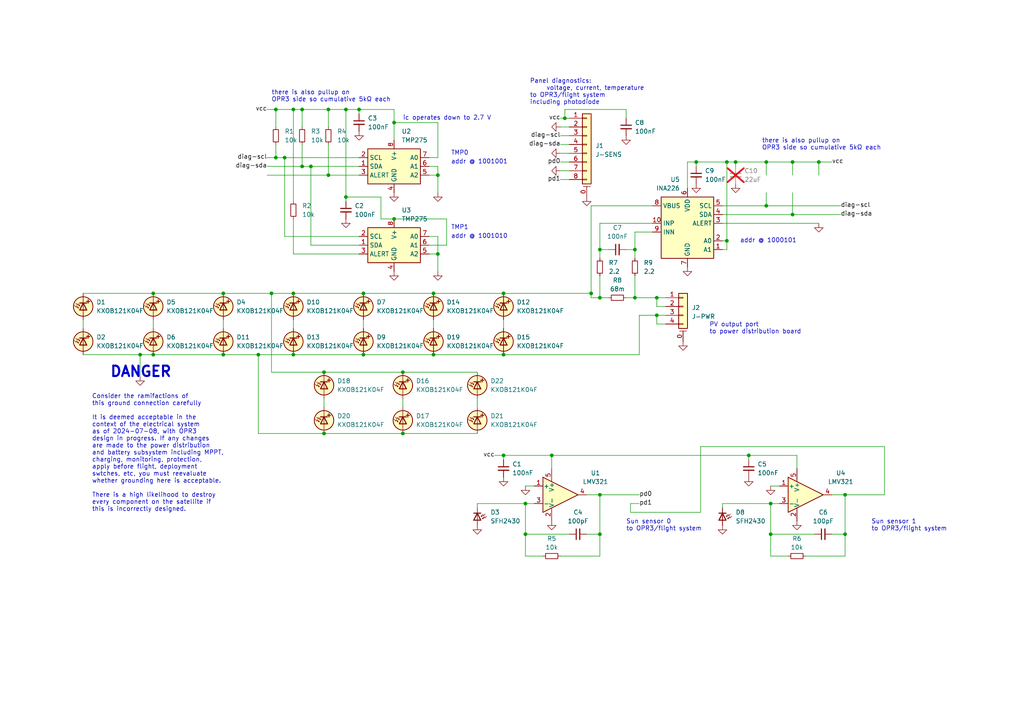
<source format=kicad_sch>
(kicad_sch (version 20250114) (generator "eeschema") (generator_version "9.0")
  (paper "A4")
  (lib_symbols
    (symbol "power:GND" (power) (pin_names (offset 0))
      (property "Value" "GND" (at 0 -3.81 0))
      (symbol "GND_0_1"
        (polyline (pts (xy 0 0) (xy 0 -1.27) (xy 1.27 -1.27) (xy 0 -2.54) (xy -1.27 -1.27) (xy 0 -1.27)))
      )
      (symbol "GND_1_1"
        (pin power_in line (at 0 0 270) (length 0) (hide yes) (name "GND") (number "1"))
      )
    )
    (symbol "yume:.c" (pin_numbers (hide yes)) (pin_names (offset 0.254) (hide yes))
      (property "Reference" "C" (at 0.254 1.778 0))
      (property "Value" ".c" (at 0.254 -2.032 0))
      (symbol ".c_0_1"
        (polyline (pts (xy -1.524 0.508) (xy 1.524 0.508)) (stroke (width 0.3048)))
        (polyline (pts (xy -1.524 -0.508) (xy 1.524 -0.508)) (stroke (width 0.3302)))
      )
      (symbol ".c_1_1"
        (pin passive line (at 0 2.54 270) (length 2.032) (name "~") (number "1"))
        (pin passive line (at 0 -2.54 90) (length 2.032) (name "~") (number "2"))
      )
    )
    (symbol "yume:.d-photo" (pin_numbers (hide yes)) (pin_names (hide yes))
      (property "Reference" "D" (at 0 10.16 0))
      (property "Value" ".d-photo" (at 0 7.62 0))
      (symbol ".d-photo_0_1"
        (polyline (pts (xy -0.762 2.286) (xy -0.2414 1.7989) (xy -0.635 1.651) (xy 0 1.143)))
        (polyline (pts (xy -0.127 2.667) (xy 0.3949 2.1785) (xy 0 2.032) (xy 0.635 1.524)))
      )
      (symbol ".d-photo_1_1"
        (polyline (pts (xy -1.016 1.016) (xy -1.016 -1.016)) (stroke (width 0.3)))
        (polyline (pts (xy 0 1.143) (xy -0.3216 1.212) (xy -0.1206 1.4291) (xy 0 1.143)) (fill (type outline)))
        (polyline (pts (xy 0.635 1.524) (xy 0.3134 1.593) (xy 0.5144 1.8101) (xy 0.635 1.524)) (fill (type outline)))
        (polyline (pts (xy 1.016 -1.016) (xy 1.016 1.016) (xy -1.016 0) (xy 1.016 -1.016)) (stroke (width 0.3)))
        (pin passive line (at -2.54 0 0) (length 2.54) (name "K") (number "1"))
        (pin passive line (at 2.54 0 180) (length 2.54) (name "A") (number "2"))
      )
    )
    (symbol "yume:.d-solar" (pin_numbers (hide yes)) (pin_names (hide yes))
      (property "Reference" "D" (at 0 10.16 0))
      (property "Value" ".d-solar" (at 0 7.62 0))
      (symbol ".d-solar_0_1"
        (polyline (pts (xy -2.5305 0.3119) (xy -2.042 -0.21) (xy -1.8955 0.1849) (xy -1.3875 -0.4501)))
        (polyline (pts (xy -2.1495 0.9469) (xy -1.6624 0.4263) (xy -1.5145 0.8199) (xy -1.0065 0.1849)))
        (polyline (pts (xy 0.9322 1.4653) (xy 1.9482 1.4653)) (stroke (width 0.254)))
        (polyline (pts (xy 1.4402 1.9733) (xy 1.4402 0.9573)) (stroke (width 0.254)))
      )
      (symbol ".d-solar_1_1"
        (polyline (pts (xy -1.3875 -0.4501) (xy -1.4565 -0.1285) (xy -1.6736 -0.3295) (xy -1.3875 -0.4501)) (fill (type outline)))
        (polyline (pts (xy -1.016 1.016) (xy 1.016 1.016)) (stroke (width 0.3)))
        (polyline (pts (xy -1.0065 0.1849) (xy -1.0755 0.5065) (xy -1.2926 0.3055) (xy -1.0065 0.1849)) (fill (type outline)))
        (circle (center 0 0) (radius 2.8194) (stroke (width 0.254)) (fill (type background)))
        (polyline (pts (xy 1.016 -1.016) (xy -1.016 -1.016) (xy 0 1.016) (xy 1.016 -1.016)) (stroke (width 0.3)))
        (pin passive line (at 0 3.81 270) (length 3.81) (name "K") (number "1"))
        (pin passive line (at 0 -3.81 90) (length 3.81) (name "A") (number "2"))
      )
    )
    (symbol "yume:.r" (pin_numbers (hide yes)) (pin_names (offset 0.254) (hide yes))
      (property "Reference" "R" (at 0.762 0.508 0))
      (property "Value" ".r" (at 0.762 -1.016 0))
      (symbol ".r_0_1"
        (rectangle (start -0.762 1.778) (end 0.762 -1.778) (stroke (width 0.2032)))
      )
      (symbol ".r_1_1"
        (pin passive line (at 0 2.54 270) (length 0.762) (name "~") (number "1"))
        (pin passive line (at 0 -2.54 90) (length 0.762) (name "~") (number "2"))
      )
    )
    (symbol "yume:Conn_01x04_MP" (pin_names (offset 1.016) (hide yes))
      (property "Reference" "J" (at 1.27 1.27 0))
      (symbol "Conn_01x04_MP_1_1"
        (rectangle (start 0 0) (end 2.54 -10.16) (stroke (width 0.254)) (fill (type background)))
        (rectangle (start 0 -1.143) (end 1.27 -1.397) (stroke (width 0.1524)))
        (rectangle (start 0 -3.683) (end 1.27 -3.937) (stroke (width 0.1524)))
        (rectangle (start 0 -6.223) (end 1.27 -6.477) (stroke (width 0.1524)))
        (rectangle (start 0 -8.763) (end 1.27 -9.017) (stroke (width 0.1524)))
        (polyline (pts (xy 0.254 -10.922) (xy 2.286 -10.922)) (stroke (width 0.1524)))
        (pin passive line (at -3.81 -1.27 0) (length 3.81) (name "Pin_1") (number "1"))
        (pin passive line (at -3.81 -3.81 0) (length 3.81) (name "Pin_2") (number "2"))
        (pin passive line (at -3.81 -6.35 0) (length 3.81) (name "Pin_3") (number "3"))
        (pin passive line (at -3.81 -8.89 0) (length 3.81) (name "Pin_4") (number "4"))
        (pin passive line (at 1.27 -13.97 90) (length 3.048) (name "MountPin") (number "0"))
      )
    )
    (symbol "yume:Conn_01x08_MP" (pin_names (offset 1.016) (hide yes))
      (property "Reference" "J" (at 1.27 1.27 0))
      (symbol "Conn_01x08_MP_1_1"
        (rectangle (start 0 0) (end 2.54 -20.32) (stroke (width 0.254)) (fill (type background)))
        (rectangle (start 0 -1.143) (end 1.27 -1.397) (stroke (width 0.1524)))
        (rectangle (start 0 -3.683) (end 1.27 -3.937) (stroke (width 0.1524)))
        (rectangle (start 0 -6.223) (end 1.27 -6.477) (stroke (width 0.1524)))
        (rectangle (start 0 -8.763) (end 1.27 -9.017) (stroke (width 0.1524)))
        (rectangle (start 0 -11.303) (end 1.27 -11.557) (stroke (width 0.1524)))
        (rectangle (start 0 -13.843) (end 1.27 -14.097) (stroke (width 0.1524)))
        (rectangle (start 0 -16.383) (end 1.27 -16.637) (stroke (width 0.1524)))
        (rectangle (start 0 -18.923) (end 1.27 -19.177) (stroke (width 0.1524)))
        (polyline (pts (xy 0.254 -21.082) (xy 2.286 -21.082)) (stroke (width 0.1524)))
        (pin passive line (at -3.81 -1.27 0) (length 3.81) (name "Pin") (number "1"))
        (pin passive line (at -3.81 -3.81 0) (length 3.81) (name "Pin") (number "2"))
        (pin passive line (at -3.81 -6.35 0) (length 3.81) (name "Pin") (number "3"))
        (pin passive line (at -3.81 -8.89 0) (length 3.81) (name "Pin") (number "4"))
        (pin passive line (at -3.81 -11.43 0) (length 3.81) (name "Pin") (number "5"))
        (pin passive line (at -3.81 -13.97 0) (length 3.81) (name "Pin") (number "6"))
        (pin passive line (at -3.81 -16.51 0) (length 3.81) (name "Pin") (number "7"))
        (pin passive line (at -3.81 -19.05 0) (length 3.81) (name "Pin") (number "8"))
        (pin passive line (at 1.27 -24.13 90) (length 3.048) (name "MountPin") (number "0"))
      )
    )
    (symbol "yume:INA226"
      (property "Reference" "U" (at 0 0 0))
      (property "Value" "INA226" (at 0 0 0))
      (symbol "INA226_0_1"
        (rectangle (start 0 0) (end 15.24 -17.78) (stroke (width 0.254)) (fill (type background)))
      )
      (symbol "INA226_1_1"
        (pin passive line (at -2.54 -2.54 0) (length 2.54) (name "SCL") (number "5"))
        (pin passive line (at -2.54 -5.08 0) (length 2.54) (name "SDA") (number "4"))
        (pin passive line (at -2.54 -7.62 0) (length 2.54) (name "ALERT") (number "3"))
        (pin passive line (at -2.54 -12.7 0) (length 2.54) (name "A0") (number "2"))
        (pin passive line (at -2.54 -15.24 0) (length 2.54) (name "A1") (number "1"))
        (pin passive line (at 7.62 2.54 270) (length 2.54) (name "VDD") (number "6"))
        (pin passive line (at 7.62 -20.32 90) (length 2.54) (name "GND") (number "7"))
        (pin passive line (at 17.78 -2.54 180) (length 2.54) (name "VBUS") (number "8"))
        (pin passive line (at 17.78 -7.62 180) (length 2.54) (name "INP") (number "10"))
        (pin passive line (at 17.78 -10.16 180) (length 2.54) (name "INN") (number "9"))
      )
    )
    (symbol "yume:LMV321" (pin_names (offset 0.127))
      (property "Reference" "U" (at 0 5.08 0))
      (property "Value" "LMV321" (at 0 -5.08 0))
      (symbol "LMV321_0_1"
        (polyline (pts (xy -5.08 5.08) (xy 5.08 0) (xy -5.08 -5.08) (xy -5.08 5.08)) (stroke (width 0.254)) (fill (type background)))
        (pin power_in line (at -2.54 7.62 270) (length 3.81) (name "V+") (number "5"))
        (pin power_in line (at -2.54 -7.62 90) (length 3.81) (name "V-") (number "2"))
      )
      (symbol "LMV321_1_1"
        (pin input line (at -7.62 2.54 0) (length 2.54) (name "+") (number "1"))
        (pin input line (at -7.62 -2.54 0) (length 2.54) (name "-") (number "3"))
        (pin output line (at 7.62 0 180) (length 2.54) (name "~") (number "4"))
      )
    )
    (symbol "yume:TMP275"
      (property "Reference" "U" (at 0 0 0))
      (property "Value" "TMP275" (at 0 0 0))
      (symbol "TMP275_0_1"
        (rectangle (start 0 0) (end 15.24 -10.16) (stroke (width 0.254)) (fill (type background)))
      )
      (symbol "TMP275_1_1"
        (pin passive line (at -2.54 -2.54 0) (length 2.54) (name "SCL") (number "2"))
        (pin passive line (at -2.54 -5.08 0) (length 2.54) (name "SDA") (number "1"))
        (pin passive line (at -2.54 -7.62 0) (length 2.54) (name "ALERT") (number "3"))
        (pin passive line (at 7.62 2.54 270) (length 2.54) (name "V+") (number "8"))
        (pin passive line (at 7.62 -12.7 90) (length 2.54) (name "GND") (number "4"))
        (pin passive line (at 17.78 -2.54 180) (length 2.54) (name "A0") (number "7"))
        (pin passive line (at 17.78 -5.08 180) (length 2.54) (name "A1") (number "6"))
        (pin passive line (at 17.78 -7.62 180) (length 2.54) (name "A2") (number "5"))
      )
    )
  )
  (text "Sun sensor 0\nto OPR3/flight system" (at 181.61 152.4 0) (effects (font (size 1.27 1.27)) (justify left)))
  (text "addr @ 1001010" (at 130.81 68.58 0) (effects (font (size 1.27 1.27)) (justify left)))
  (text "DANGER" (at 31.75 107.95 0) (effects (font (size 3 3) (thickness 0.6) (bold yes)) (justify left)))
  (text "TMP0" (at 130.81 44.45 0) (effects (font (size 1.27 1.27)) (justify left)))
  (text "there is also pullup on \nOPR3 side so cumulative 5kΩ each" (at 220.98 41.91 0) (effects (font (size 1.27 1.27)) (justify left)))
  (text "TMP1" (at 130.81 66.04 0) (effects (font (size 1.27 1.27)) (justify left)))
  (text "PV output port\nto power distribution board" (at 205.74 95.25 0) (effects (font (size 1.27 1.27)) (justify left)))
  (text "addr @ 1000101" (at 214.63 69.85 0) (effects (font (size 1.27 1.27)) (justify left)))
  (text "ic operates down to 2.7 V" (at 116.84 34.29 0) (effects (font (size 1.27 1.27)) (justify left)))
  (text "Consider the ramifactions of \nthis ground connection carefully\n\nIt is deemed acceptable in the \ncontext of the electrical system \nas of 2024-07-08, with OPR3 \ndesign in progress. If any changes \nare made to the power distribution \nand battery subsystem including MPPT, \ncharging, monitoring, protection, \napply before flight, deployment \nswtches, etc, you must reevaluate\nwhether grounding here is acceptable.\n\nThere is a high likelihood to destroy \nevery component on the satellite if \nthis is incorrectly designed." (at 26.67 114.3 0) (effects (font (size 1.27 1.27)) (justify left top)))
  (text "Sun sensor 1\nto OPR3/flight system" (at 252.73 152.4 0) (effects (font (size 1.27 1.27)) (justify left)))
  (text "Panel diagnostics: \n	voltage, current, temperature\nto OPR3/flight system\nincluding photodiode" (at 153.67 26.67 0) (effects (font (size 1.27 1.27)) (justify left)))
  (text "addr @ 1001001" (at 130.81 46.99 0) (effects (font (size 1.27 1.27)) (justify left)))
  (text "there is also pullup on \nOPR3 side so cumulative 5kΩ each" (at 78.74 27.94 0) (effects (font (size 1.27 1.27)) (justify left)))
  (junction (at 125.73 102.87))
  (junction (at 163.83 34.29))
  (junction (at 184.15 86.36))
  (junction (at 222.25 59.69))
  (junction (at 116.84 125.73))
  (junction (at 171.45 85.09))
  (junction (at 213.36 46.99))
  (junction (at 93.98 125.73))
  (junction (at 152.4 154.94))
  (junction (at 173.99 154.94))
  (junction (at 127 73.66))
  (junction (at 223.52 154.94))
  (junction (at 222.25 46.99))
  (junction (at 87.63 31.75))
  (junction (at 114.3 35.56))
  (junction (at 237.49 46.99))
  (junction (at 146.05 132.08))
  (junction (at 100.33 57.15))
  (junction (at 152.4 146.05))
  (junction (at 80.01 31.75))
  (junction (at 80.01 45.72))
  (junction (at 90.17 48.26))
  (junction (at 114.3 63.5))
  (junction (at 85.09 85.09))
  (junction (at 82.55 45.72))
  (junction (at 146.05 85.09))
  (junction (at 201.93 46.99))
  (junction (at 40.64 102.87))
  (junction (at 245.11 143.51))
  (junction (at 85.09 102.87))
  (junction (at 210.82 69.85))
  (junction (at 173.99 72.39))
  (junction (at 223.52 146.05))
  (junction (at 173.99 86.36))
  (junction (at 95.25 31.75))
  (junction (at 210.82 46.99))
  (junction (at 127 50.8))
  (junction (at 125.73 85.09))
  (junction (at 105.41 102.87))
  (junction (at 245.11 154.94))
  (junction (at 74.93 102.87))
  (junction (at 217.17 132.08))
  (junction (at 93.98 107.95))
  (junction (at 229.87 46.99))
  (junction (at 64.77 102.87))
  (junction (at 146.05 102.87))
  (junction (at 173.99 143.51))
  (junction (at 229.87 62.23))
  (junction (at 44.45 85.09))
  (junction (at 104.14 31.75))
  (junction (at 184.15 72.39))
  (junction (at 78.74 85.09))
  (junction (at 95.25 50.8))
  (junction (at 87.63 48.26))
  (junction (at 100.33 31.75))
  (junction (at 105.41 85.09))
  (junction (at 64.77 85.09))
  (junction (at 190.5 91.44))
  (junction (at 160.02 132.08))
  (junction (at 44.45 102.87))
  (junction (at 116.84 107.95))
  (junction (at 190.5 86.36))
  (junction (at 85.09 31.75))
  (wire (pts (xy 129.54 71.12) (xy 129.54 63.5)))
  (wire (pts (xy 24.13 95.25) (xy 24.13 92.71)))
  (wire (pts (xy 116.84 115.57) (xy 116.84 118.11)))
  (wire (pts (xy 181.61 31.75) (xy 181.61 34.29)))
  (wire (pts (xy 82.55 68.58) (xy 82.55 45.72)))
  (wire (pts (xy 222.25 55.88) (xy 222.25 59.69)))
  (wire (pts (xy 163.83 34.29) (xy 165.1 34.29)))
  (wire (pts (xy 165.1 52.07) (xy 162.56 52.07)))
  (wire (pts (xy 173.99 143.51) (xy 173.99 154.94)))
  (wire (pts (xy 143.51 132.08) (xy 146.05 132.08)))
  (wire (pts (xy 146.05 95.25) (xy 146.05 92.71)))
  (wire (pts (xy 95.25 50.8) (xy 104.14 50.8)))
  (wire (pts (xy 105.41 95.25) (xy 105.41 92.71)))
  (wire (pts (xy 245.11 143.51) (xy 241.3 143.51)))
  (wire (pts (xy 127 48.26) (xy 127 50.8)))
  (wire (pts (xy 190.5 86.36) (xy 193.04 86.36)))
  (wire (pts (xy 44.45 95.25) (xy 44.45 92.71)))
  (wire (pts (xy 152.4 154.94) (xy 152.4 161.29)))
  (wire (pts (xy 85.09 63.5) (xy 85.09 73.66)))
  (wire (pts (xy 100.33 31.75) (xy 104.14 31.75)))
  (wire (pts (xy 173.99 143.51) (xy 185.42 143.51)))
  (wire (pts (xy 209.55 146.05) (xy 223.52 146.05)))
  (wire (pts (xy 104.14 68.58) (xy 82.55 68.58)))
  (wire (pts (xy 138.43 146.05) (xy 152.4 146.05)))
  (wire (pts (xy 125.73 102.87) (xy 146.05 102.87)))
  (wire (pts (xy 93.98 107.95) (xy 116.84 107.95)))
  (wire (pts (xy 162.56 36.83) (xy 165.1 36.83)))
  (wire (pts (xy 170.18 154.94) (xy 173.99 154.94)))
  (wire (pts (xy 182.88 146.05) (xy 185.42 146.05)))
  (wire (pts (xy 44.45 102.87) (xy 64.77 102.87)))
  (wire (pts (xy 190.5 88.9) (xy 190.5 86.36)))
  (wire (pts (xy 165.1 154.94) (xy 152.4 154.94)))
  (wire (pts (xy 229.87 55.88) (xy 229.87 62.23)))
  (wire (pts (xy 173.99 72.39) (xy 176.53 72.39)))
  (wire (pts (xy 256.54 143.51) (xy 256.54 129.54)))
  (wire (pts (xy 87.63 48.26) (xy 90.17 48.26)))
  (wire (pts (xy 190.5 88.9) (xy 193.04 88.9)))
  (wire (pts (xy 256.54 129.54) (xy 203.2 129.54)))
  (wire (pts (xy 209.55 62.23) (xy 229.87 62.23)))
  (wire (pts (xy 210.82 69.85) (xy 210.82 46.99)))
  (wire (pts (xy 127 73.66) (xy 127 78.74)))
  (wire (pts (xy 165.1 46.99) (xy 162.56 46.99)))
  (wire (pts (xy 110.49 57.15) (xy 100.33 57.15)))
  (wire (pts (xy 78.74 107.95) (xy 78.74 85.09)))
  (wire (pts (xy 189.23 59.69) (xy 171.45 59.69)))
  (wire (pts (xy 184.15 80.01) (xy 184.15 86.36)))
  (wire (pts (xy 127 35.56) (xy 114.3 35.56)))
  (wire (pts (xy 105.41 102.87) (xy 125.73 102.87)))
  (wire (pts (xy 217.17 133.35) (xy 217.17 132.08)))
  (wire (pts (xy 116.84 125.73) (xy 138.43 125.73)))
  (wire (pts (xy 114.3 31.75) (xy 114.3 35.56)))
  (wire (pts (xy 74.93 102.87) (xy 85.09 102.87)))
  (wire (pts (xy 146.05 102.87) (xy 185.42 102.87)))
  (wire (pts (xy 190.5 93.98) (xy 193.04 93.98)))
  (wire (pts (xy 104.14 71.12) (xy 90.17 71.12)))
  (wire (pts (xy 171.45 59.69) (xy 171.45 85.09)))
  (wire (pts (xy 44.45 85.09) (xy 64.77 85.09)))
  (wire (pts (xy 190.5 91.44) (xy 190.5 93.98)))
  (wire (pts (xy 95.25 41.91) (xy 95.25 50.8)))
  (wire (pts (xy 184.15 86.36) (xy 190.5 86.36)))
  (wire (pts (xy 223.52 146.05) (xy 226.06 146.05)))
  (wire (pts (xy 90.17 48.26) (xy 104.14 48.26)))
  (wire (pts (xy 163.83 31.75) (xy 163.83 34.29)))
  (wire (pts (xy 181.61 86.36) (xy 184.15 86.36)))
  (wire (pts (xy 245.11 143.51) (xy 256.54 143.51)))
  (wire (pts (xy 87.63 41.91) (xy 87.63 48.26)))
  (wire (pts (xy 146.05 132.08) (xy 160.02 132.08)))
  (wire (pts (xy 203.2 148.59) (xy 182.88 148.59)))
  (wire (pts (xy 95.25 31.75) (xy 100.33 31.75)))
  (wire (pts (xy 222.25 46.99) (xy 222.25 50.8)))
  (wire (pts (xy 162.56 41.91) (xy 165.1 41.91)))
  (wire (pts (xy 209.55 69.85) (xy 210.82 69.85)))
  (wire (pts (xy 217.17 132.08) (xy 231.14 132.08)))
  (wire (pts (xy 80.01 31.75) (xy 85.09 31.75)))
  (wire (pts (xy 114.3 63.5) (xy 110.49 63.5)))
  (wire (pts (xy 152.4 146.05) (xy 152.4 154.94)))
  (wire (pts (xy 104.14 31.75) (xy 114.3 31.75)))
  (wire (pts (xy 124.46 48.26) (xy 127 48.26)))
  (wire (pts (xy 237.49 46.99) (xy 241.3 46.99)))
  (wire (pts (xy 203.2 129.54) (xy 203.2 148.59)))
  (wire (pts (xy 129.54 63.5) (xy 114.3 63.5)))
  (wire (pts (xy 173.99 64.77) (xy 189.23 64.77)))
  (wire (pts (xy 209.55 59.69) (xy 222.25 59.69)))
  (wire (pts (xy 74.93 125.73) (xy 74.93 102.87)))
  (wire (pts (xy 173.99 86.36) (xy 176.53 86.36)))
  (wire (pts (xy 185.42 91.44) (xy 190.5 91.44)))
  (wire (pts (xy 209.55 64.77) (xy 237.49 64.77)))
  (wire (pts (xy 162.56 39.37) (xy 165.1 39.37)))
  (wire (pts (xy 124.46 68.58) (xy 127 68.58)))
  (wire (pts (xy 210.82 69.85) (xy 210.82 72.39)))
  (wire (pts (xy 24.13 102.87) (xy 40.64 102.87)))
  (wire (pts (xy 110.49 63.5) (xy 110.49 57.15)))
  (wire (pts (xy 90.17 71.12) (xy 90.17 48.26)))
  (wire (pts (xy 223.52 146.05) (xy 223.52 154.94)))
  (wire (pts (xy 77.47 48.26) (xy 87.63 48.26)))
  (wire (pts (xy 236.22 154.94) (xy 223.52 154.94)))
  (wire (pts (xy 85.09 58.42) (xy 85.09 31.75)))
  (wire (pts (xy 138.43 146.05) (xy 138.43 147.32)))
  (wire (pts (xy 85.09 85.09) (xy 105.41 85.09)))
  (wire (pts (xy 146.05 133.35) (xy 146.05 132.08)))
  (wire (pts (xy 77.47 45.72) (xy 80.01 45.72)))
  (wire (pts (xy 241.3 154.94) (xy 245.11 154.94)))
  (wire (pts (xy 127 68.58) (xy 127 73.66)))
  (wire (pts (xy 152.4 140.97) (xy 154.94 140.97)))
  (wire (pts (xy 95.25 31.75) (xy 95.25 36.83)))
  (wire (pts (xy 213.36 48.26) (xy 213.36 46.99)))
  (wire (pts (xy 213.36 46.99) (xy 222.25 46.99)))
  (wire (pts (xy 182.88 148.59) (xy 182.88 146.05)))
  (wire (pts (xy 124.46 45.72) (xy 127 45.72)))
  (wire (pts (xy 85.09 73.66) (xy 104.14 73.66)))
  (wire (pts (xy 78.74 85.09) (xy 85.09 85.09)))
  (wire (pts (xy 165.1 49.53) (xy 162.56 49.53)))
  (wire (pts (xy 77.47 50.8) (xy 95.25 50.8)))
  (wire (pts (xy 87.63 31.75) (xy 95.25 31.75)))
  (wire (pts (xy 228.6 161.29) (xy 223.52 161.29)))
  (wire (pts (xy 152.4 146.05) (xy 154.94 146.05)))
  (wire (pts (xy 80.01 41.91) (xy 80.01 45.72)))
  (wire (pts (xy 160.02 132.08) (xy 160.02 135.89)))
  (wire (pts (xy 201.93 46.99) (xy 201.93 48.26)))
  (wire (pts (xy 162.56 34.29) (xy 163.83 34.29)))
  (wire (pts (xy 173.99 74.93) (xy 173.99 72.39)))
  (wire (pts (xy 100.33 31.75) (xy 100.33 57.15)))
  (wire (pts (xy 223.52 140.97) (xy 226.06 140.97)))
  (wire (pts (xy 24.13 85.09) (xy 44.45 85.09)))
  (wire (pts (xy 124.46 50.8) (xy 127 50.8)))
  (wire (pts (xy 173.99 80.01) (xy 173.99 86.36)))
  (wire (pts (xy 199.39 54.61) (xy 199.39 46.99)))
  (wire (pts (xy 245.11 143.51) (xy 245.11 154.94)))
  (wire (pts (xy 222.25 46.99) (xy 229.87 46.99)))
  (wire (pts (xy 85.09 95.25) (xy 85.09 92.71)))
  (wire (pts (xy 184.15 67.31) (xy 189.23 67.31)))
  (wire (pts (xy 171.45 85.09) (xy 171.45 86.36)))
  (wire (pts (xy 124.46 73.66) (xy 127 73.66)))
  (wire (pts (xy 229.87 46.99) (xy 237.49 46.99)))
  (wire (pts (xy 173.99 154.94) (xy 173.99 161.29)))
  (wire (pts (xy 184.15 72.39) (xy 184.15 67.31)))
  (wire (pts (xy 223.52 154.94) (xy 223.52 161.29)))
  (wire (pts (xy 64.77 102.87) (xy 74.93 102.87)))
  (wire (pts (xy 173.99 72.39) (xy 173.99 64.77)))
  (wire (pts (xy 233.68 161.29) (xy 245.11 161.29)))
  (wire (pts (xy 231.14 132.08) (xy 231.14 135.89)))
  (wire (pts (xy 209.55 146.05) (xy 209.55 147.32)))
  (wire (pts (xy 40.64 102.87) (xy 44.45 102.87)))
  (wire (pts (xy 125.73 95.25) (xy 125.73 92.71)))
  (wire (pts (xy 105.41 85.09) (xy 125.73 85.09)))
  (wire (pts (xy 40.64 102.87) (xy 40.64 109.22)))
  (wire (pts (xy 114.3 35.56) (xy 114.3 40.64)))
  (wire (pts (xy 93.98 118.11) (xy 93.98 115.57)))
  (wire (pts (xy 64.77 85.09) (xy 78.74 85.09)))
  (wire (pts (xy 93.98 107.95) (xy 78.74 107.95)))
  (wire (pts (xy 127 45.72) (xy 127 35.56)))
  (wire (pts (xy 125.73 85.09) (xy 146.05 85.09)))
  (wire (pts (xy 184.15 74.93) (xy 184.15 72.39)))
  (wire (pts (xy 93.98 125.73) (xy 116.84 125.73)))
  (wire (pts (xy 77.47 31.75) (xy 80.01 31.75)))
  (wire (pts (xy 201.93 46.99) (xy 210.82 46.99)))
  (wire (pts (xy 64.77 95.25) (xy 64.77 92.71)))
  (wire (pts (xy 124.46 71.12) (xy 129.54 71.12)))
  (wire (pts (xy 229.87 46.99) (xy 229.87 50.8)))
  (wire (pts (xy 173.99 143.51) (xy 170.18 143.51)))
  (wire (pts (xy 181.61 31.75) (xy 163.83 31.75)))
  (wire (pts (xy 82.55 45.72) (xy 104.14 45.72)))
  (wire (pts (xy 160.02 132.08) (xy 217.17 132.08)))
  (wire (pts (xy 237.49 46.99) (xy 237.49 50.8)))
  (wire (pts (xy 93.98 125.73) (xy 74.93 125.73)))
  (wire (pts (xy 85.09 102.87) (xy 105.41 102.87)))
  (wire (pts (xy 199.39 46.99) (xy 201.93 46.99)))
  (wire (pts (xy 181.61 72.39) (xy 184.15 72.39)))
  (wire (pts (xy 245.11 154.94) (xy 245.11 161.29)))
  (wire (pts (xy 104.14 31.75) (xy 104.14 33.02)))
  (wire (pts (xy 157.48 161.29) (xy 152.4 161.29)))
  (wire (pts (xy 229.87 62.23) (xy 243.84 62.23)))
  (wire (pts (xy 138.43 115.57) (xy 138.43 118.11)))
  (wire (pts (xy 127 50.8) (xy 127 55.88)))
  (wire (pts (xy 116.84 107.95) (xy 138.43 107.95)))
  (wire (pts (xy 87.63 31.75) (xy 87.63 36.83)))
  (wire (pts (xy 193.04 91.44) (xy 190.5 91.44)))
  (wire (pts (xy 165.1 44.45) (xy 162.56 44.45)))
  (wire (pts (xy 222.25 59.69) (xy 243.84 59.69)))
  (wire (pts (xy 80.01 31.75) (xy 80.01 36.83)))
  (wire (pts (xy 171.45 86.36) (xy 173.99 86.36)))
  (wire (pts (xy 210.82 46.99) (xy 213.36 46.99)))
  (wire (pts (xy 162.56 161.29) (xy 173.99 161.29)))
  (wire (pts (xy 100.33 57.15) (xy 100.33 58.42)))
  (wire (pts (xy 80.01 45.72) (xy 82.55 45.72)))
  (wire (pts (xy 209.55 72.39) (xy 210.82 72.39)))
  (wire (pts (xy 146.05 85.09) (xy 171.45 85.09)))
  (wire (pts (xy 85.09 31.75) (xy 87.63 31.75)))
  (wire (pts (xy 185.42 102.87) (xy 185.42 91.44)))
  (label "vcc" (at 241.3 46.99 0))
  (label "pd0" (at 185.42 143.51 0))
  (label "diag-sda" (at 243.84 62.23 0))
  (label "vcc" (at 143.51 132.08 180))
  (label "diag-scl" (at 243.84 59.69 0))
  (label "diag-sda" (at 162.56 41.91 180))
  (label "pd0" (at 162.56 46.99 180))
  (label "pd1" (at 185.42 146.05 0))
  (label "diag-scl" (at 162.56 39.37 180))
  (label "diag-scl" (at 77.47 45.72 180))
  (label "pd1" (at 162.56 52.07 180))
  (label "vcc" (at 162.56 34.29 180))
  (label "vcc" (at 77.47 31.75 180))
  (label "diag-sda" (at 77.47 48.26 180))
  (symbol (lib_id "yume:TMP275") (at 106.68 66.04 0) (unit 1)
    (property "Reference" "U3" (at 116.4941 60.96 0) (effects (justify left)))
    (property "Value" "TMP275" (at 116.4941 63.5 0) (effects (justify left)))
    (property "Footprint" "yume:Yu-SOP-8-3x3-0.65" (effects (hide yes)))
    (property "Datasheet" "https://www.ti.com/lit/ds/symlink/tmp275.pdf" (effects (hide yes)))
    (property "Description" "Sensor, Temperature, Digital I2C, ±0.5°C max from −20°C to 100°C" (effects (hide yes)))
  )
  (symbol (lib_id "yume:TMP275") (at 106.68 43.18 0) (unit 1)
    (property "Reference" "U2" (at 116.4941 38.1 0) (effects (justify left)))
    (property "Value" "TMP275" (at 116.4941 40.64 0) (effects (justify left)))
    (property "Footprint" "yume:Yu-SOP-8-3x3-0.65" (effects (hide yes)))
    (property "Datasheet" "https://www.ti.com/lit/ds/symlink/tmp275.pdf" (effects (hide yes)))
    (property "Description" "Sensor, Temperature, Digital I2C, ±0.5°C max from −20°C to 100°C" (effects (hide yes)))
  )
  (symbol (lib_id "power:GND") (at 201.93 53.34 0) (mirror y) (unit 1)
    (property "Reference" "#PWR021" (effects (hide yes)))
    (property "Value" "GND" (effects (hide yes)))
  )
  (symbol (lib_id "yume:.r") (at 184.15 77.47 180) (unit 1)
    (property "Reference" "R9" (at 186.69 76.1999 0) (effects (justify right)))
    (property "Value" "2.2" (at 186.69 78.7399 0) (effects (justify right)))
    (property "Footprint" "yume:Yu-R-0402-mil" (effects (hide yes)))
    (property "Description" "Resistor, small symbol" (effects (hide yes)))
  )
  (symbol (lib_id "power:GND") (at 231.14 151.13 0) (mirror y) (unit 1)
    (property "Reference" "#PWR018" (effects (hide yes)))
    (property "Value" "GND" (effects (hide yes)))
  )
  (symbol (lib_id "power:GND") (at 100.33 63.5 0) (mirror y) (unit 1)
    (property "Reference" "#PWR06" (effects (hide yes)))
    (property "Value" "GND" (effects (hide yes)))
  )
  (symbol (lib_id "power:GND") (at 213.36 53.34 0) (mirror y) (unit 1)
    (property "Reference" "#PWR022" (effects (hide yes)))
    (property "Value" "GND" (effects (hide yes)))
  )
  (symbol (lib_id "yume:.c") (at 213.36 50.8 0) (unit 1) (in_bom no) (on_board no) (dnp yes)
    (property "Reference" "C10" (at 215.9 49.5362 0) (effects (justify left)))
    (property "Value" "22uF" (at 215.9 52.0762 0) (effects (justify left)))
    (property "Footprint" "yume:Yu-C-0402-mil" (effects (hide yes)))
    (property "Description" "Unpolarized capacitor, small symbol" (effects (hide yes)))
    (property "Part" "CL21A226MAQNNNE" (effects (hide yes)))
  )
  (symbol (lib_id "yume:.c") (at 238.76 154.94 90) (unit 1)
    (property "Reference" "C6" (at 238.7663 148.59 90))
    (property "Value" "100pF" (at 238.7663 151.13 90))
    (property "Footprint" "yume:Yu-C-0402-mil" (effects (hide yes)))
    (property "Description" "Unpolarized capacitor, small symbol" (effects (hide yes)))
  )
  (symbol (lib_id "power:GND") (at 114.3 55.88 0) (mirror y) (unit 1)
    (property "Reference" "#PWR08" (effects (hide yes)))
    (property "Value" "GND" (effects (hide yes)))
  )
  (symbol (lib_id "yume:INA226") (at 207.01 57.15 0) (mirror y) (unit 1)
    (property "Reference" "U5" (at 197.1959 52.07 0) (effects (justify left)))
    (property "Value" "INA226" (at 197.1959 54.61 0) (effects (justify left)))
    (property "Footprint" "yume:Yu-SOP-10-3x3-0.5" (effects (hide yes)))
    (property "Datasheet" "https://www.ti.com/lit/ds/symlink/ina226.pdf" (effects (hide yes)))
    (property "Description" "Sensor, VI, High/low shunt, Offset ±10 µV max, Gain error 0.1% max" (effects (hide yes)))
  )
  (symbol (lib_id "power:GND") (at 162.56 44.45 270) (mirror x) (unit 1)
    (property "Reference" "#PWR016" (effects (hide yes)))
    (property "Value" "GND" (effects (hide yes)))
  )
  (symbol (lib_id "power:GND") (at 199.39 77.47 0) (mirror y) (unit 1)
    (property "Reference" "#PWR020" (effects (hide yes)))
    (property "Value" "GND" (effects (hide yes)))
  )
  (symbol (lib_id "power:GND") (at 127 55.88 0) (mirror y) (unit 1)
    (property "Reference" "#PWR010" (effects (hide yes)))
    (property "Value" "GND" (effects (hide yes)))
  )
  (symbol (lib_id "power:GND") (at 160.02 151.13 0) (mirror y) (unit 1)
    (property "Reference" "#PWR05" (effects (hide yes)))
    (property "Value" "GND" (effects (hide yes)))
  )
  (symbol (lib_id "yume:.r") (at 87.63 39.37 180) (unit 1)
    (property "Reference" "R3" (at 90.17 38.0999 0) (effects (justify right)))
    (property "Value" "10k" (at 90.17 40.6399 0) (effects (justify right)))
    (property "Footprint" "yume:Yu-R-0402-mil" (effects (hide yes)))
    (property "Description" "Resistor, small symbol" (effects (hide yes)))
  )
  (symbol (lib_id "power:GND") (at 138.43 152.4 0) (mirror y) (unit 1)
    (property "Reference" "#PWR02" (effects (hide yes)))
    (property "Value" "GND" (effects (hide yes)))
  )
  (symbol (lib_id "yume:.d-solar") (at 93.98 111.76 0) (unit 1)
    (property "Reference" "D18" (at 97.79 110.4899 0) (effects (justify left)))
    (property "Value" "KXOB121K04F" (at 97.79 113.0299 0) (effects (justify left)))
    (property "Footprint" "yume:Yu-D-PV-KXOB121K04F" (effects (hide yes)))
    (property "Datasheet" "https://waf-e.dubudisk.com/anysolar.dubuplus.com/techsupport@anysolar.biz/O18AzS1/DubuDisk/www/Gen3/KXOB121K04F%20DATA%20SHEET%2020210127.pdf" (effects (hide yes)))
    (property "Description" "Photovoltaic cell" (effects (hide yes)))
  )
  (symbol (lib_id "power:GND") (at 152.4 140.97 0) (mirror y) (unit 1)
    (property "Reference" "#PWR04" (effects (hide yes)))
    (property "Value" "GND" (effects (hide yes)))
  )
  (symbol (lib_id "yume:.d-solar") (at 138.43 111.76 0) (unit 1)
    (property "Reference" "D22" (at 142.24 110.4899 0) (effects (justify left)))
    (property "Value" "KXOB121K04F" (at 142.24 113.0299 0) (effects (justify left)))
    (property "Footprint" "yume:Yu-D-PV-KXOB121K04F" (effects (hide yes)))
    (property "Datasheet" "https://waf-e.dubudisk.com/anysolar.dubuplus.com/techsupport@anysolar.biz/O18AzS1/DubuDisk/www/Gen3/KXOB121K04F%20DATA%20SHEET%2020210127.pdf" (effects (hide yes)))
    (property "Description" "Photovoltaic cell" (effects (hide yes)))
  )
  (symbol (lib_id "yume:.d-solar") (at 24.13 99.06 0) (unit 1)
    (property "Reference" "D2" (at 27.94 97.7899 0) (effects (justify left)))
    (property "Value" "KXOB121K04F" (at 27.94 100.3299 0) (effects (justify left)))
    (property "Footprint" "yume:Yu-D-PV-KXOB121K04F" (effects (hide yes)))
    (property "Datasheet" "https://waf-e.dubudisk.com/anysolar.dubuplus.com/techsupport@anysolar.biz/O18AzS1/DubuDisk/www/Gen3/KXOB121K04F%20DATA%20SHEET%2020210127.pdf" (effects (hide yes)))
    (property "Description" "Photovoltaic cell" (effects (hide yes)))
  )
  (symbol (lib_id "yume:.d-solar") (at 116.84 111.76 0) (unit 1)
    (property "Reference" "D16" (at 120.65 110.4899 0) (effects (justify left)))
    (property "Value" "KXOB121K04F" (at 120.65 113.0299 0) (effects (justify left)))
    (property "Footprint" "yume:Yu-D-PV-KXOB121K04F" (effects (hide yes)))
    (property "Datasheet" "https://waf-e.dubudisk.com/anysolar.dubuplus.com/techsupport@anysolar.biz/O18AzS1/DubuDisk/www/Gen3/KXOB121K04F%20DATA%20SHEET%2020210127.pdf" (effects (hide yes)))
    (property "Description" "Photovoltaic cell" (effects (hide yes)))
  )
  (symbol (lib_id "yume:.r") (at 179.07 86.36 90) (unit 1)
    (property "Reference" "R8" (at 179.07 81.28 90))
    (property "Value" "68m" (at 179.07 83.82 90))
    (property "Footprint" "yume:Yu-R-1206-mil" (effects (hide yes)))
    (property "Description" "Resistor, small symbol" (effects (hide yes)))
  )
  (symbol (lib_id "yume:.d-solar") (at 146.05 99.06 0) (unit 1)
    (property "Reference" "D15" (at 149.86 97.7899 0) (effects (justify left)))
    (property "Value" "KXOB121K04F" (at 149.86 100.3299 0) (effects (justify left)))
    (property "Footprint" "yume:Yu-D-PV-KXOB121K04F" (effects (hide yes)))
    (property "Datasheet" "https://waf-e.dubudisk.com/anysolar.dubuplus.com/techsupport@anysolar.biz/O18AzS1/DubuDisk/www/Gen3/KXOB121K04F%20DATA%20SHEET%2020210127.pdf" (effects (hide yes)))
    (property "Description" "Photovoltaic cell" (effects (hide yes)))
  )
  (symbol (lib_id "yume:.d-solar") (at 85.09 88.9 0) (unit 1)
    (property "Reference" "D10" (at 88.9 87.6299 0) (effects (justify left)))
    (property "Value" "KXOB121K04F" (at 88.9 90.1699 0) (effects (justify left)))
    (property "Footprint" "yume:Yu-D-PV-KXOB121K04F" (effects (hide yes)))
    (property "Datasheet" "https://waf-e.dubudisk.com/anysolar.dubuplus.com/techsupport@anysolar.biz/O18AzS1/DubuDisk/www/Gen3/KXOB121K04F%20DATA%20SHEET%2020210127.pdf" (effects (hide yes)))
    (property "Description" "Photovoltaic cell" (effects (hide yes)))
  )
  (symbol (lib_id "yume:.c") (at 167.64 154.94 90) (unit 1)
    (property "Reference" "C4" (at 167.6463 148.59 90))
    (property "Value" "100pF" (at 167.6463 151.13 90))
    (property "Footprint" "yume:Yu-C-0402-mil" (effects (hide yes)))
    (property "Description" "Unpolarized capacitor, small symbol" (effects (hide yes)))
  )
  (symbol (lib_id "yume:.r") (at 173.99 77.47 180) (unit 1)
    (property "Reference" "R7" (at 176.53 76.1999 0) (effects (justify right)))
    (property "Value" "2.2" (at 176.53 78.7399 0) (effects (justify right)))
    (property "Footprint" "yume:Yu-R-0402-mil" (effects (hide yes)))
    (property "Description" "Resistor, small symbol" (effects (hide yes)))
  )
  (symbol (lib_id "power:GND") (at 162.56 49.53 270) (mirror x) (unit 1)
    (property "Reference" "#PWR017" (effects (hide yes)))
    (property "Value" "GND" (effects (hide yes)))
  )
  (symbol (lib_id "yume:.d-photo") (at 138.43 149.86 270) (unit 1)
    (property "Reference" "D3" (at 142.24 148.5899 90) (effects (justify left)))
    (property "Value" "SFH2430" (at 142.24 151.1299 90) (effects (justify left)))
    (property "Footprint" "yume:Yu-D-PD-Osram-SFH2430" (effects (hide yes)))
    (property "Description" "Photodiode" (effects (hide yes)))
  )
  (symbol (lib_id "yume:.d-solar") (at 105.41 99.06 0) (unit 1)
    (property "Reference" "D9" (at 109.22 97.7899 0) (effects (justify left)))
    (property "Value" "KXOB121K04F" (at 109.22 100.3299 0) (effects (justify left)))
    (property "Footprint" "yume:Yu-D-PV-KXOB121K04F" (effects (hide yes)))
    (property "Datasheet" "https://waf-e.dubudisk.com/anysolar.dubuplus.com/techsupport@anysolar.biz/O18AzS1/DubuDisk/www/Gen3/KXOB121K04F%20DATA%20SHEET%2020210127.pdf" (effects (hide yes)))
    (property "Description" "Photovoltaic cell" (effects (hide yes)))
  )
  (symbol (lib_id "yume:.d-solar") (at 93.98 121.92 0) (unit 1)
    (property "Reference" "D20" (at 97.79 120.6499 0) (effects (justify left)))
    (property "Value" "KXOB121K04F" (at 97.79 123.1899 0) (effects (justify left)))
    (property "Footprint" "yume:Yu-D-PV-KXOB121K04F" (effects (hide yes)))
    (property "Datasheet" "https://waf-e.dubudisk.com/anysolar.dubuplus.com/techsupport@anysolar.biz/O18AzS1/DubuDisk/www/Gen3/KXOB121K04F%20DATA%20SHEET%2020210127.pdf" (effects (hide yes)))
    (property "Description" "Photovoltaic cell" (effects (hide yes)))
  )
  (symbol (lib_id "power:GND") (at 209.55 152.4 0) (mirror y) (unit 1)
    (property "Reference" "#PWR012" (effects (hide yes)))
    (property "Value" "GND" (effects (hide yes)))
  )
  (symbol (lib_id "power:GND") (at 237.49 64.77 0) (mirror y) (unit 1)
    (property "Reference" "#PWR023" (effects (hide yes)))
    (property "Value" "GND" (effects (hide yes)))
  )
  (symbol (lib_id "yume:.d-solar") (at 138.43 121.92 0) (unit 1)
    (property "Reference" "D21" (at 142.24 120.6499 0) (effects (justify left)))
    (property "Value" "KXOB121K04F" (at 142.24 123.1899 0) (effects (justify left)))
    (property "Footprint" "yume:Yu-D-PV-KXOB121K04F" (effects (hide yes)))
    (property "Datasheet" "https://waf-e.dubudisk.com/anysolar.dubuplus.com/techsupport@anysolar.biz/O18AzS1/DubuDisk/www/Gen3/KXOB121K04F%20DATA%20SHEET%2020210127.pdf" (effects (hide yes)))
    (property "Description" "Photovoltaic cell" (effects (hide yes)))
  )
  (symbol (lib_id "power:GND") (at 104.14 38.1 0) (mirror y) (unit 1)
    (property "Reference" "#PWR07" (effects (hide yes)))
    (property "Value" "GND" (effects (hide yes)))
  )
  (symbol (lib_id "yume:.c") (at 217.17 135.89 0) (unit 1)
    (property "Reference" "C5" (at 219.71 134.6262 0) (effects (justify left)))
    (property "Value" "100nF" (at 219.71 137.1662 0) (effects (justify left)))
    (property "Footprint" "yume:Yu-C-0402-mil" (effects (hide yes)))
    (property "Description" "Unpolarized capacitor, small symbol" (effects (hide yes)))
  )
  (symbol (lib_id "yume:.d-solar") (at 64.77 99.06 0) (unit 1)
    (property "Reference" "D11" (at 68.58 97.7899 0) (effects (justify left)))
    (property "Value" "KXOB121K04F" (at 68.58 100.3299 0) (effects (justify left)))
    (property "Footprint" "yume:Yu-D-PV-KXOB121K04F" (effects (hide yes)))
    (property "Datasheet" "https://waf-e.dubudisk.com/anysolar.dubuplus.com/techsupport@anysolar.biz/O18AzS1/DubuDisk/www/Gen3/KXOB121K04F%20DATA%20SHEET%2020210127.pdf" (effects (hide yes)))
    (property "Description" "Photovoltaic cell" (effects (hide yes)))
  )
  (symbol (lib_id "power:GND") (at 170.18 57.15 0) (mirror y) (unit 1)
    (property "Reference" "#PWR025" (effects (hide yes)))
    (property "Value" "GND" (effects (hide yes)))
  )
  (symbol (lib_id "power:GND") (at 217.17 138.43 0) (mirror y) (unit 1)
    (property "Reference" "#PWR013" (effects (hide yes)))
    (property "Value" "GND" (effects (hide yes)))
  )
  (symbol (lib_id "power:GND") (at 127 78.74 0) (mirror y) (unit 1)
    (property "Reference" "#PWR011" (effects (hide yes)))
    (property "Value" "GND" (effects (hide yes)))
  )
  (symbol (lib_id "yume:.d-solar") (at 125.73 99.06 0) (unit 1)
    (property "Reference" "D19" (at 129.54 97.7899 0) (effects (justify left)))
    (property "Value" "KXOB121K04F" (at 129.54 100.3299 0) (effects (justify left)))
    (property "Footprint" "yume:Yu-D-PV-KXOB121K04F" (effects (hide yes)))
    (property "Datasheet" "https://waf-e.dubudisk.com/anysolar.dubuplus.com/techsupport@anysolar.biz/O18AzS1/DubuDisk/www/Gen3/KXOB121K04F%20DATA%20SHEET%2020210127.pdf" (effects (hide yes)))
    (property "Description" "Photovoltaic cell" (effects (hide yes)))
  )
  (symbol (lib_id "yume:Conn_01x08_MP") (at 168.91 33.02 0) (unit 1)
    (property "Reference" "J1" (at 172.72 42.2655 0) (effects (justify left)))
    (property "Value" "J-SENS" (at 172.72 44.8055 0) (effects (justify left)))
    (property "Footprint" "yume:Yu-J-Molex-Picoblade-1x08-SMD-H-532610871" (effects (hide yes)))
  )
  (symbol (lib_id "yume:.d-solar") (at 44.45 88.9 0) (unit 1)
    (property "Reference" "D5" (at 48.26 87.6299 0) (effects (justify left)))
    (property "Value" "KXOB121K04F" (at 48.26 90.1699 0) (effects (justify left)))
    (property "Footprint" "yume:Yu-D-PV-KXOB121K04F" (effects (hide yes)))
    (property "Datasheet" "https://waf-e.dubudisk.com/anysolar.dubuplus.com/techsupport@anysolar.biz/O18AzS1/DubuDisk/www/Gen3/KXOB121K04F%20DATA%20SHEET%2020210127.pdf" (effects (hide yes)))
    (property "Description" "Photovoltaic cell" (effects (hide yes)))
  )
  (symbol (lib_id "power:GND") (at 162.56 36.83 270) (mirror x) (unit 1)
    (property "Reference" "#PWR015" (effects (hide yes)))
    (property "Value" "GND" (effects (hide yes)))
  )
  (symbol (lib_id "yume:.c") (at 181.61 36.83 0) (unit 1)
    (property "Reference" "C8" (at 184.15 35.5662 0) (effects (justify left)))
    (property "Value" "100nF" (at 184.15 38.1062 0) (effects (justify left)))
    (property "Footprint" "yume:Yu-C-0402-mil" (effects (hide yes)))
    (property "Description" "Unpolarized capacitor, small symbol" (effects (hide yes)))
  )
  (symbol (lib_id "yume:.d-solar") (at 146.05 88.9 0) (unit 1)
    (property "Reference" "D12" (at 149.86 87.6299 0) (effects (justify left)))
    (property "Value" "KXOB121K04F" (at 149.86 90.1699 0) (effects (justify left)))
    (property "Footprint" "yume:Yu-D-PV-KXOB121K04F" (effects (hide yes)))
    (property "Datasheet" "https://waf-e.dubudisk.com/anysolar.dubuplus.com/techsupport@anysolar.biz/O18AzS1/DubuDisk/www/Gen3/KXOB121K04F%20DATA%20SHEET%2020210127.pdf" (effects (hide yes)))
    (property "Description" "Photovoltaic cell" (effects (hide yes)))
  )
  (symbol (lib_id "yume:.d-solar") (at 44.45 99.06 0) (unit 1)
    (property "Reference" "D6" (at 48.26 97.7899 0) (effects (justify left)))
    (property "Value" "KXOB121K04F" (at 48.26 100.3299 0) (effects (justify left)))
    (property "Footprint" "yume:Yu-D-PV-KXOB121K04F" (effects (hide yes)))
    (property "Datasheet" "https://waf-e.dubudisk.com/anysolar.dubuplus.com/techsupport@anysolar.biz/O18AzS1/DubuDisk/www/Gen3/KXOB121K04F%20DATA%20SHEET%2020210127.pdf" (effects (hide yes)))
    (property "Description" "Photovoltaic cell" (effects (hide yes)))
  )
  (symbol (lib_id "yume:.d-solar") (at 125.73 88.9 0) (unit 1)
    (property "Reference" "D14" (at 129.54 87.6299 0) (effects (justify left)))
    (property "Value" "KXOB121K04F" (at 129.54 90.1699 0) (effects (justify left)))
    (property "Footprint" "yume:Yu-D-PV-KXOB121K04F" (effects (hide yes)))
    (property "Datasheet" "https://waf-e.dubudisk.com/anysolar.dubuplus.com/techsupport@anysolar.biz/O18AzS1/DubuDisk/www/Gen3/KXOB121K04F%20DATA%20SHEET%2020210127.pdf" (effects (hide yes)))
    (property "Description" "Photovoltaic cell" (effects (hide yes)))
  )
  (symbol (lib_id "yume:.d-solar") (at 64.77 88.9 0) (unit 1)
    (property "Reference" "D4" (at 68.58 87.6299 0) (effects (justify left)))
    (property "Value" "KXOB121K04F" (at 68.58 90.1699 0) (effects (justify left)))
    (property "Footprint" "yume:Yu-D-PV-KXOB121K04F" (effects (hide yes)))
    (property "Datasheet" "https://waf-e.dubudisk.com/anysolar.dubuplus.com/techsupport@anysolar.biz/O18AzS1/DubuDisk/www/Gen3/KXOB121K04F%20DATA%20SHEET%2020210127.pdf" (effects (hide yes)))
    (property "Description" "Photovoltaic cell" (effects (hide yes)))
  )
  (symbol (lib_id "power:GND") (at 40.64 109.22 0) (mirror y) (unit 1)
    (property "Reference" "#PWR01" (effects (hide yes)))
    (property "Value" "GND" (effects (hide yes)))
  )
  (symbol (lib_id "yume:.c") (at 146.05 135.89 0) (unit 1)
    (property "Reference" "C1" (at 148.59 134.6262 0) (effects (justify left)))
    (property "Value" "100nF" (at 148.59 137.1662 0) (effects (justify left)))
    (property "Footprint" "yume:Yu-C-0402-mil" (effects (hide yes)))
    (property "Description" "Unpolarized capacitor, small symbol" (effects (hide yes)))
  )
  (symbol (lib_id "yume:.d-photo") (at 209.55 149.86 270) (unit 1)
    (property "Reference" "D8" (at 213.36 148.5899 90) (effects (justify left)))
    (property "Value" "SFH2430" (at 213.36 151.1299 90) (effects (justify left)))
    (property "Footprint" "yume:Yu-D-PD-Osram-SFH2430" (effects (hide yes)))
    (property "Description" "Photodiode" (effects (hide yes)))
  )
  (symbol (lib_id "yume:.c") (at 100.33 60.96 0) (unit 1)
    (property "Reference" "C2" (at 102.87 59.6962 0) (effects (justify left)))
    (property "Value" "100nF" (at 102.87 62.2362 0) (effects (justify left)))
    (property "Footprint" "yume:Yu-C-0402-mil" (effects (hide yes)))
    (property "Description" "Unpolarized capacitor, small symbol" (effects (hide yes)))
  )
  (symbol (lib_id "yume:.r") (at 85.09 60.96 180) (unit 1)
    (property "Reference" "R2" (at 87.63 59.6899 0) (effects (justify right)))
    (property "Value" "10k" (at 87.63 62.2299 0) (effects (justify right)))
    (property "Footprint" "yume:Yu-R-0402-mil" (effects (hide yes)))
    (property "Description" "Resistor, small symbol" (effects (hide yes)))
  )
  (symbol (lib_id "yume:.d-solar") (at 24.13 88.9 0) (unit 1)
    (property "Reference" "D1" (at 27.94 87.6299 0) (effects (justify left)))
    (property "Value" "KXOB121K04F" (at 27.94 90.1699 0) (effects (justify left)))
    (property "Footprint" "yume:Yu-D-PV-KXOB121K04F" (effects (hide yes)))
    (property "Datasheet" "https://waf-e.dubudisk.com/anysolar.dubuplus.com/techsupport@anysolar.biz/O18AzS1/DubuDisk/www/Gen3/KXOB121K04F%20DATA%20SHEET%2020210127.pdf" (effects (hide yes)))
    (property "Description" "Photovoltaic cell" (effects (hide yes)))
  )
  (symbol (lib_id "power:GND") (at 114.3 78.74 0) (mirror y) (unit 1)
    (property "Reference" "#PWR09" (effects (hide yes)))
    (property "Value" "GND" (effects (hide yes)))
  )
  (symbol (lib_id "yume:LMV321") (at 162.56 143.51 0) (unit 1)
    (property "Reference" "U1" (at 172.72 137.1914 0))
    (property "Value" "LMV321" (at 172.72 139.7314 0))
    (property "Footprint" "yume:Yu-SOT-23-5" (effects (hide yes)))
    (property "Datasheet" "http://www.ti.com/lit/ds/symlink/lmv324.pdf" (effects (hide yes)))
    (property "Description" "Opamp, 5V, RRO" (effects (hide yes)))
  )
  (symbol (lib_id "yume:.r") (at 95.25 39.37 180) (unit 1)
    (property "Reference" "R4" (at 97.79 38.0999 0) (effects (justify right)))
    (property "Value" "10k" (at 97.79 40.6399 0) (effects (justify right)))
    (property "Footprint" "yume:Yu-R-0402-mil" (effects (hide yes)))
    (property "Description" "Resistor, small symbol" (effects (hide yes)))
  )
  (symbol (lib_id "yume:.d-solar") (at 116.84 121.92 0) (unit 1)
    (property "Reference" "D17" (at 120.65 120.6499 0) (effects (justify left)))
    (property "Value" "KXOB121K04F" (at 120.65 123.1899 0) (effects (justify left)))
    (property "Footprint" "yume:Yu-D-PV-KXOB121K04F" (effects (hide yes)))
    (property "Datasheet" "https://waf-e.dubudisk.com/anysolar.dubuplus.com/techsupport@anysolar.biz/O18AzS1/DubuDisk/www/Gen3/KXOB121K04F%20DATA%20SHEET%2020210127.pdf" (effects (hide yes)))
    (property "Description" "Photovoltaic cell" (effects (hide yes)))
  )
  (symbol (lib_id "yume:.c") (at 179.07 72.39 90) (unit 1)
    (property "Reference" "C7" (at 179.0763 66.04 90))
    (property "Value" "100nF" (at 179.0763 68.58 90))
    (property "Footprint" "yume:Yu-C-0402-mil" (effects (hide yes)))
    (property "Description" "Unpolarized capacitor, small symbol" (effects (hide yes)))
  )
  (symbol (lib_id "power:GND") (at 181.61 39.37 0) (mirror y) (unit 1)
    (property "Reference" "#PWR019" (effects (hide yes)))
    (property "Value" "GND" (effects (hide yes)))
  )
  (symbol (lib_id "yume:.c") (at 104.14 35.56 0) (unit 1)
    (property "Reference" "C3" (at 106.68 34.2962 0) (effects (justify left)))
    (property "Value" "100nF" (at 106.68 36.8362 0) (effects (justify left)))
    (property "Footprint" "yume:Yu-C-0402-mil" (effects (hide yes)))
    (property "Description" "Unpolarized capacitor, small symbol" (effects (hide yes)))
  )
  (symbol (lib_id "yume:.r") (at 231.14 161.29 90) (unit 1)
    (property "Reference" "R6" (at 231.14 156.21 90))
    (property "Value" "10k" (at 231.14 158.75 90))
    (property "Footprint" "yume:Yu-R-0402-mil" (effects (hide yes)))
    (property "Description" "Resistor, small symbol" (effects (hide yes)))
  )
  (symbol (lib_id "yume:Conn_01x04_MP") (at 196.85 85.09 0) (unit 1)
    (property "Reference" "J2" (at 200.66 89.2555 0) (effects (justify left)))
    (property "Value" "J-PWR" (at 200.66 91.7955 0) (effects (justify left)))
    (property "Footprint" "yume:Yu-J-Molex-Picoblade-1x04-SMD-H-532610471" (effects (hide yes)))
  )
  (symbol (lib_id "yume:.r") (at 80.01 39.37 180) (unit 1)
    (property "Reference" "R1" (at 82.55 38.0999 0) (effects (justify right)))
    (property "Value" "10k" (at 82.55 40.6399 0) (effects (justify right)))
    (property "Footprint" "yume:Yu-R-0402-mil" (effects (hide yes)))
    (property "Description" "Resistor, small symbol" (effects (hide yes)))
  )
  (symbol (lib_id "yume:.d-solar") (at 85.09 99.06 0) (unit 1)
    (property "Reference" "D13" (at 88.9 97.7899 0) (effects (justify left)))
    (property "Value" "KXOB121K04F" (at 88.9 100.3299 0) (effects (justify left)))
    (property "Footprint" "yume:Yu-D-PV-KXOB121K04F" (effects (hide yes)))
    (property "Datasheet" "https://waf-e.dubudisk.com/anysolar.dubuplus.com/techsupport@anysolar.biz/O18AzS1/DubuDisk/www/Gen3/KXOB121K04F%20DATA%20SHEET%2020210127.pdf" (effects (hide yes)))
    (property "Description" "Photovoltaic cell" (effects (hide yes)))
  )
  (symbol (lib_id "yume:.r") (at 160.02 161.29 90) (unit 1)
    (property "Reference" "R5" (at 160.02 156.21 90))
    (property "Value" "10k" (at 160.02 158.75 90))
    (property "Footprint" "yume:Yu-R-0402-mil" (effects (hide yes)))
    (property "Description" "Resistor, small symbol" (effects (hide yes)))
  )
  (symbol (lib_id "power:GND") (at 223.52 140.97 0) (mirror y) (unit 1)
    (property "Reference" "#PWR014" (effects (hide yes)))
    (property "Value" "GND" (effects (hide yes)))
  )
  (symbol (lib_id "power:GND") (at 198.12 99.06 0) (mirror y) (unit 1)
    (property "Reference" "#PWR024" (effects (hide yes)))
    (property "Value" "GND" (effects (hide yes)))
  )
  (symbol (lib_id "yume:LMV321") (at 233.68 143.51 0) (unit 1)
    (property "Reference" "U4" (at 243.84 137.1914 0))
    (property "Value" "LMV321" (at 243.84 139.7314 0))
    (property "Footprint" "yume:Yu-SOT-23-5" (effects (hide yes)))
    (property "Datasheet" "http://www.ti.com/lit/ds/symlink/lmv324.pdf" (effects (hide yes)))
    (property "Description" "Opamp, 5V, RRO" (effects (hide yes)))
  )
  (symbol (lib_id "power:GND") (at 146.05 138.43 0) (mirror y) (unit 1)
    (property "Reference" "#PWR03" (effects (hide yes)))
    (property "Value" "GND" (effects (hide yes)))
  )
  (symbol (lib_id "yume:.c") (at 201.93 50.8 0) (unit 1)
    (property "Reference" "C9" (at 204.47 49.5362 0) (effects (justify left)))
    (property "Value" "100nF" (at 204.47 52.0762 0) (effects (justify left)))
    (property "Footprint" "yume:Yu-C-0402-mil" (effects (hide yes)))
    (property "Description" "Unpolarized capacitor, small symbol" (effects (hide yes)))
  )
  (symbol (lib_id "yume:.d-solar") (at 105.41 88.9 0) (unit 1)
    (property "Reference" "D7" (at 109.22 87.6299 0) (effects (justify left)))
    (property "Value" "KXOB121K04F" (at 109.22 90.1699 0) (effects (justify left)))
    (property "Footprint" "yume:Yu-D-PV-KXOB121K04F" (effects (hide yes)))
    (property "Datasheet" "https://waf-e.dubudisk.com/anysolar.dubuplus.com/techsupport@anysolar.biz/O18AzS1/DubuDisk/www/Gen3/KXOB121K04F%20DATA%20SHEET%2020210127.pdf" (effects (hide yes)))
    (property "Description" "Photovoltaic cell" (effects (hide yes)))
  )
)
</source>
